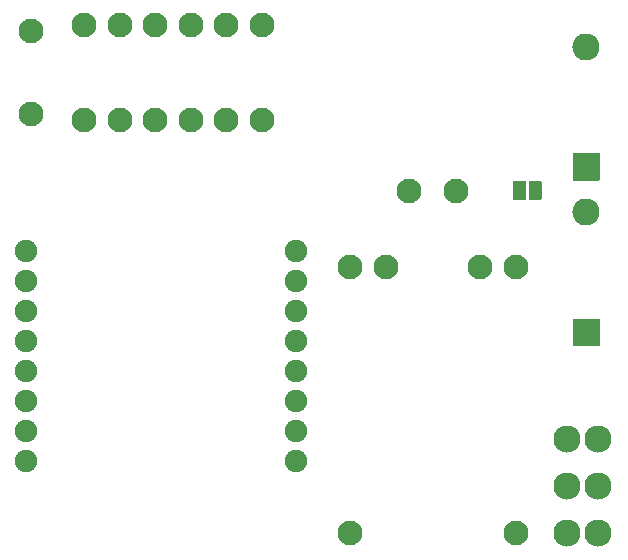
<source format=gts>
G04 #@! TF.GenerationSoftware,KiCad,Pcbnew,(5.1.10)-1*
G04 #@! TF.CreationDate,2022-01-03T01:22:49-05:00*
G04 #@! TF.ProjectId,SlimeVRMotherBoard,536c696d-6556-4524-9d6f-74686572426f,V1.1*
G04 #@! TF.SameCoordinates,Original*
G04 #@! TF.FileFunction,Soldermask,Top*
G04 #@! TF.FilePolarity,Negative*
%FSLAX46Y46*%
G04 Gerber Fmt 4.6, Leading zero omitted, Abs format (unit mm)*
G04 Created by KiCad (PCBNEW (5.1.10)-1) date 2022-01-03 01:22:49*
%MOMM*%
%LPD*%
G01*
G04 APERTURE LIST*
%ADD10C,2.100000*%
%ADD11O,2.300000X2.300000*%
%ADD12C,1.900000*%
%ADD13C,2.300000*%
G04 APERTURE END LIST*
D10*
X137000000Y-109500000D03*
X137000000Y-102500000D03*
G36*
G01*
X177800000Y-116750000D02*
X177800000Y-115250000D01*
G75*
G02*
X177850000Y-115200000I50000J0D01*
G01*
X178850000Y-115200000D01*
G75*
G02*
X178900000Y-115250000I0J-50000D01*
G01*
X178900000Y-116750000D01*
G75*
G02*
X178850000Y-116800000I-50000J0D01*
G01*
X177850000Y-116800000D01*
G75*
G02*
X177800000Y-116750000I0J50000D01*
G01*
G37*
G36*
G01*
X179100000Y-116750000D02*
X179100000Y-115250000D01*
G75*
G02*
X179150000Y-115200000I50000J0D01*
G01*
X180150000Y-115200000D01*
G75*
G02*
X180200000Y-115250000I0J-50000D01*
G01*
X180200000Y-116750000D01*
G75*
G02*
X180150000Y-116800000I-50000J0D01*
G01*
X179150000Y-116800000D01*
G75*
G02*
X179100000Y-116750000I0J50000D01*
G01*
G37*
D11*
X184000000Y-103840000D03*
G36*
G01*
X185100000Y-115150000D02*
X182900000Y-115150000D01*
G75*
G02*
X182850000Y-115100000I0J50000D01*
G01*
X182850000Y-112900000D01*
G75*
G02*
X182900000Y-112850000I50000J0D01*
G01*
X185100000Y-112850000D01*
G75*
G02*
X185150000Y-112900000I0J-50000D01*
G01*
X185150000Y-115100000D01*
G75*
G02*
X185100000Y-115150000I-50000J0D01*
G01*
G37*
X184000000Y-117840000D03*
G36*
G01*
X185100000Y-129150000D02*
X182900000Y-129150000D01*
G75*
G02*
X182850000Y-129100000I0J50000D01*
G01*
X182850000Y-126900000D01*
G75*
G02*
X182900000Y-126850000I50000J0D01*
G01*
X185100000Y-126850000D01*
G75*
G02*
X185150000Y-126900000I0J-50000D01*
G01*
X185150000Y-129100000D01*
G75*
G02*
X185100000Y-129150000I-50000J0D01*
G01*
G37*
D10*
X173000000Y-116000000D03*
X169000000Y-116000000D03*
D12*
X136570000Y-138890000D03*
X159430000Y-138890000D03*
X136570000Y-136350000D03*
X159430000Y-136350000D03*
X136570000Y-133810000D03*
X159430000Y-133810000D03*
X136570000Y-131270000D03*
X159430000Y-131270000D03*
X136570000Y-128730000D03*
X159430000Y-128730000D03*
X136570000Y-126190000D03*
X159430000Y-126190000D03*
X136570000Y-123650000D03*
X159430000Y-123650000D03*
X136570000Y-121110000D03*
X159430000Y-121110000D03*
D10*
X150500000Y-110000000D03*
X153500000Y-110000000D03*
X156500000Y-110000000D03*
X147500000Y-110000000D03*
X144500000Y-110000000D03*
X141500000Y-110000000D03*
X141500000Y-102000000D03*
X144500000Y-102000000D03*
X147500000Y-102000000D03*
X156500000Y-102000000D03*
X153500000Y-102000000D03*
X150500000Y-102000000D03*
D13*
X182400000Y-145000000D03*
X185000000Y-145000000D03*
X182400000Y-141000000D03*
X185000000Y-141000000D03*
X182400000Y-137000000D03*
X185000000Y-137000000D03*
D10*
X178000000Y-122500000D03*
X175000000Y-122500000D03*
X164000000Y-145000000D03*
X178000000Y-145000000D03*
X164000000Y-122500000D03*
X167000000Y-122500000D03*
M02*

</source>
